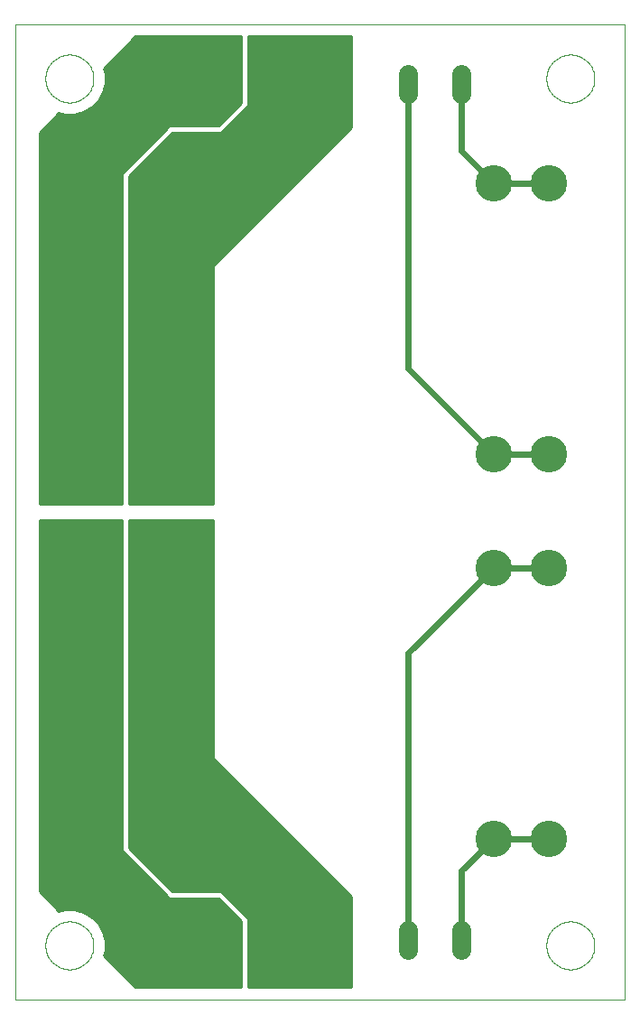
<source format=gtl>
G75*
%MOIN*%
%OFA0B0*%
%FSLAX24Y24*%
%IPPOS*%
%LPD*%
%AMOC8*
5,1,8,0,0,1.08239X$1,22.5*
%
%ADD10C,0.0000*%
%ADD11C,0.1350*%
%ADD12C,0.0705*%
%ADD13C,0.0100*%
%ADD14C,0.0240*%
D10*
X000277Y000100D02*
X000277Y036100D01*
X022777Y036100D01*
X022777Y000100D01*
X000277Y000100D01*
X001392Y002100D02*
X001394Y002159D01*
X001400Y002218D01*
X001410Y002276D01*
X001423Y002334D01*
X001441Y002390D01*
X001462Y002445D01*
X001487Y002499D01*
X001516Y002551D01*
X001547Y002601D01*
X001582Y002648D01*
X001621Y002694D01*
X001662Y002736D01*
X001706Y002776D01*
X001752Y002812D01*
X001801Y002846D01*
X001852Y002876D01*
X001904Y002903D01*
X001959Y002926D01*
X002015Y002945D01*
X002072Y002961D01*
X002130Y002973D01*
X002188Y002981D01*
X002247Y002985D01*
X002307Y002985D01*
X002366Y002981D01*
X002424Y002973D01*
X002482Y002961D01*
X002539Y002945D01*
X002595Y002926D01*
X002650Y002903D01*
X002702Y002876D01*
X002753Y002846D01*
X002802Y002812D01*
X002848Y002776D01*
X002892Y002736D01*
X002933Y002694D01*
X002972Y002648D01*
X003007Y002601D01*
X003038Y002551D01*
X003067Y002499D01*
X003092Y002445D01*
X003113Y002390D01*
X003131Y002334D01*
X003144Y002276D01*
X003154Y002218D01*
X003160Y002159D01*
X003162Y002100D01*
X003160Y002041D01*
X003154Y001982D01*
X003144Y001924D01*
X003131Y001866D01*
X003113Y001810D01*
X003092Y001755D01*
X003067Y001701D01*
X003038Y001649D01*
X003007Y001599D01*
X002972Y001552D01*
X002933Y001506D01*
X002892Y001464D01*
X002848Y001424D01*
X002802Y001388D01*
X002753Y001354D01*
X002702Y001324D01*
X002650Y001297D01*
X002595Y001274D01*
X002539Y001255D01*
X002482Y001239D01*
X002424Y001227D01*
X002366Y001219D01*
X002307Y001215D01*
X002247Y001215D01*
X002188Y001219D01*
X002130Y001227D01*
X002072Y001239D01*
X002015Y001255D01*
X001959Y001274D01*
X001904Y001297D01*
X001852Y001324D01*
X001801Y001354D01*
X001752Y001388D01*
X001706Y001424D01*
X001662Y001464D01*
X001621Y001506D01*
X001582Y001552D01*
X001547Y001599D01*
X001516Y001649D01*
X001487Y001701D01*
X001462Y001755D01*
X001441Y001810D01*
X001423Y001866D01*
X001410Y001924D01*
X001400Y001982D01*
X001394Y002041D01*
X001392Y002100D01*
X019892Y002100D02*
X019894Y002159D01*
X019900Y002218D01*
X019910Y002276D01*
X019923Y002334D01*
X019941Y002390D01*
X019962Y002445D01*
X019987Y002499D01*
X020016Y002551D01*
X020047Y002601D01*
X020082Y002648D01*
X020121Y002694D01*
X020162Y002736D01*
X020206Y002776D01*
X020252Y002812D01*
X020301Y002846D01*
X020352Y002876D01*
X020404Y002903D01*
X020459Y002926D01*
X020515Y002945D01*
X020572Y002961D01*
X020630Y002973D01*
X020688Y002981D01*
X020747Y002985D01*
X020807Y002985D01*
X020866Y002981D01*
X020924Y002973D01*
X020982Y002961D01*
X021039Y002945D01*
X021095Y002926D01*
X021150Y002903D01*
X021202Y002876D01*
X021253Y002846D01*
X021302Y002812D01*
X021348Y002776D01*
X021392Y002736D01*
X021433Y002694D01*
X021472Y002648D01*
X021507Y002601D01*
X021538Y002551D01*
X021567Y002499D01*
X021592Y002445D01*
X021613Y002390D01*
X021631Y002334D01*
X021644Y002276D01*
X021654Y002218D01*
X021660Y002159D01*
X021662Y002100D01*
X021660Y002041D01*
X021654Y001982D01*
X021644Y001924D01*
X021631Y001866D01*
X021613Y001810D01*
X021592Y001755D01*
X021567Y001701D01*
X021538Y001649D01*
X021507Y001599D01*
X021472Y001552D01*
X021433Y001506D01*
X021392Y001464D01*
X021348Y001424D01*
X021302Y001388D01*
X021253Y001354D01*
X021202Y001324D01*
X021150Y001297D01*
X021095Y001274D01*
X021039Y001255D01*
X020982Y001239D01*
X020924Y001227D01*
X020866Y001219D01*
X020807Y001215D01*
X020747Y001215D01*
X020688Y001219D01*
X020630Y001227D01*
X020572Y001239D01*
X020515Y001255D01*
X020459Y001274D01*
X020404Y001297D01*
X020352Y001324D01*
X020301Y001354D01*
X020252Y001388D01*
X020206Y001424D01*
X020162Y001464D01*
X020121Y001506D01*
X020082Y001552D01*
X020047Y001599D01*
X020016Y001649D01*
X019987Y001701D01*
X019962Y001755D01*
X019941Y001810D01*
X019923Y001866D01*
X019910Y001924D01*
X019900Y001982D01*
X019894Y002041D01*
X019892Y002100D01*
X019892Y034100D02*
X019894Y034159D01*
X019900Y034218D01*
X019910Y034276D01*
X019923Y034334D01*
X019941Y034390D01*
X019962Y034445D01*
X019987Y034499D01*
X020016Y034551D01*
X020047Y034601D01*
X020082Y034648D01*
X020121Y034694D01*
X020162Y034736D01*
X020206Y034776D01*
X020252Y034812D01*
X020301Y034846D01*
X020352Y034876D01*
X020404Y034903D01*
X020459Y034926D01*
X020515Y034945D01*
X020572Y034961D01*
X020630Y034973D01*
X020688Y034981D01*
X020747Y034985D01*
X020807Y034985D01*
X020866Y034981D01*
X020924Y034973D01*
X020982Y034961D01*
X021039Y034945D01*
X021095Y034926D01*
X021150Y034903D01*
X021202Y034876D01*
X021253Y034846D01*
X021302Y034812D01*
X021348Y034776D01*
X021392Y034736D01*
X021433Y034694D01*
X021472Y034648D01*
X021507Y034601D01*
X021538Y034551D01*
X021567Y034499D01*
X021592Y034445D01*
X021613Y034390D01*
X021631Y034334D01*
X021644Y034276D01*
X021654Y034218D01*
X021660Y034159D01*
X021662Y034100D01*
X021660Y034041D01*
X021654Y033982D01*
X021644Y033924D01*
X021631Y033866D01*
X021613Y033810D01*
X021592Y033755D01*
X021567Y033701D01*
X021538Y033649D01*
X021507Y033599D01*
X021472Y033552D01*
X021433Y033506D01*
X021392Y033464D01*
X021348Y033424D01*
X021302Y033388D01*
X021253Y033354D01*
X021202Y033324D01*
X021150Y033297D01*
X021095Y033274D01*
X021039Y033255D01*
X020982Y033239D01*
X020924Y033227D01*
X020866Y033219D01*
X020807Y033215D01*
X020747Y033215D01*
X020688Y033219D01*
X020630Y033227D01*
X020572Y033239D01*
X020515Y033255D01*
X020459Y033274D01*
X020404Y033297D01*
X020352Y033324D01*
X020301Y033354D01*
X020252Y033388D01*
X020206Y033424D01*
X020162Y033464D01*
X020121Y033506D01*
X020082Y033552D01*
X020047Y033599D01*
X020016Y033649D01*
X019987Y033701D01*
X019962Y033755D01*
X019941Y033810D01*
X019923Y033866D01*
X019910Y033924D01*
X019900Y033982D01*
X019894Y034041D01*
X019892Y034100D01*
X001392Y034100D02*
X001394Y034159D01*
X001400Y034218D01*
X001410Y034276D01*
X001423Y034334D01*
X001441Y034390D01*
X001462Y034445D01*
X001487Y034499D01*
X001516Y034551D01*
X001547Y034601D01*
X001582Y034648D01*
X001621Y034694D01*
X001662Y034736D01*
X001706Y034776D01*
X001752Y034812D01*
X001801Y034846D01*
X001852Y034876D01*
X001904Y034903D01*
X001959Y034926D01*
X002015Y034945D01*
X002072Y034961D01*
X002130Y034973D01*
X002188Y034981D01*
X002247Y034985D01*
X002307Y034985D01*
X002366Y034981D01*
X002424Y034973D01*
X002482Y034961D01*
X002539Y034945D01*
X002595Y034926D01*
X002650Y034903D01*
X002702Y034876D01*
X002753Y034846D01*
X002802Y034812D01*
X002848Y034776D01*
X002892Y034736D01*
X002933Y034694D01*
X002972Y034648D01*
X003007Y034601D01*
X003038Y034551D01*
X003067Y034499D01*
X003092Y034445D01*
X003113Y034390D01*
X003131Y034334D01*
X003144Y034276D01*
X003154Y034218D01*
X003160Y034159D01*
X003162Y034100D01*
X003160Y034041D01*
X003154Y033982D01*
X003144Y033924D01*
X003131Y033866D01*
X003113Y033810D01*
X003092Y033755D01*
X003067Y033701D01*
X003038Y033649D01*
X003007Y033599D01*
X002972Y033552D01*
X002933Y033506D01*
X002892Y033464D01*
X002848Y033424D01*
X002802Y033388D01*
X002753Y033354D01*
X002702Y033324D01*
X002650Y033297D01*
X002595Y033274D01*
X002539Y033255D01*
X002482Y033239D01*
X002424Y033227D01*
X002366Y033219D01*
X002307Y033215D01*
X002247Y033215D01*
X002188Y033219D01*
X002130Y033227D01*
X002072Y033239D01*
X002015Y033255D01*
X001959Y033274D01*
X001904Y033297D01*
X001852Y033324D01*
X001801Y033354D01*
X001752Y033388D01*
X001706Y033424D01*
X001662Y033464D01*
X001621Y033506D01*
X001582Y033552D01*
X001547Y033599D01*
X001516Y033649D01*
X001487Y033701D01*
X001462Y033755D01*
X001441Y033810D01*
X001423Y033866D01*
X001410Y033924D01*
X001400Y033982D01*
X001394Y034041D01*
X001392Y034100D01*
D11*
X002777Y029400D03*
X002777Y027370D03*
X002777Y023100D03*
X002777Y021070D03*
X005867Y021070D03*
X005867Y023100D03*
X005867Y027370D03*
X005867Y029400D03*
X005867Y015200D03*
X005867Y013170D03*
X005867Y008900D03*
X005867Y006870D03*
X002777Y006870D03*
X002777Y008900D03*
X002777Y013170D03*
X002777Y015200D03*
X017947Y016040D03*
X019977Y016040D03*
X019977Y020240D03*
X017947Y020240D03*
X017947Y030240D03*
X019977Y030240D03*
X019977Y006040D03*
X017947Y006040D03*
D12*
X016761Y002653D02*
X016761Y001948D01*
X014792Y001948D02*
X014792Y002653D01*
X011729Y002653D02*
X011729Y001948D01*
X009761Y001948D02*
X009761Y002653D01*
X007792Y002653D02*
X007792Y001948D01*
X005824Y001948D02*
X005824Y002653D01*
X005824Y033548D02*
X005824Y034253D01*
X007792Y034253D02*
X007792Y033548D01*
X009761Y033548D02*
X009761Y034253D01*
X011729Y034253D02*
X011729Y033548D01*
X014792Y033548D02*
X014792Y034253D01*
X016761Y034253D02*
X016761Y033548D01*
D13*
X012677Y033590D02*
X008877Y033590D01*
X008877Y033492D02*
X012677Y033492D01*
X012677Y033393D02*
X008877Y033393D01*
X008877Y033295D02*
X012677Y033295D01*
X012677Y033196D02*
X008877Y033196D01*
X008877Y033100D02*
X008877Y035650D01*
X012677Y035650D01*
X012677Y032300D01*
X007577Y027200D01*
X007577Y018400D01*
X004477Y018400D01*
X004477Y030500D01*
X006077Y032100D01*
X007877Y032100D01*
X008877Y033100D01*
X008874Y033098D02*
X012677Y033098D01*
X012677Y032999D02*
X008776Y032999D01*
X008677Y032901D02*
X012677Y032901D01*
X012677Y032802D02*
X008579Y032802D01*
X008480Y032704D02*
X012677Y032704D01*
X012677Y032605D02*
X008382Y032605D01*
X008283Y032507D02*
X012677Y032507D01*
X012677Y032408D02*
X008185Y032408D01*
X008086Y032310D02*
X012677Y032310D01*
X012588Y032211D02*
X007988Y032211D01*
X007889Y032113D02*
X012489Y032113D01*
X012391Y032014D02*
X005991Y032014D01*
X005892Y031916D02*
X012292Y031916D01*
X012194Y031817D02*
X005794Y031817D01*
X005695Y031719D02*
X012095Y031719D01*
X011997Y031620D02*
X005597Y031620D01*
X005498Y031522D02*
X011898Y031522D01*
X011800Y031423D02*
X005400Y031423D01*
X005301Y031325D02*
X011701Y031325D01*
X011603Y031226D02*
X005203Y031226D01*
X005104Y031128D02*
X011504Y031128D01*
X011406Y031029D02*
X005006Y031029D01*
X004907Y030931D02*
X011307Y030931D01*
X011209Y030832D02*
X004809Y030832D01*
X004710Y030734D02*
X011110Y030734D01*
X011012Y030635D02*
X004612Y030635D01*
X004513Y030537D02*
X010913Y030537D01*
X010815Y030438D02*
X004477Y030438D01*
X004477Y030340D02*
X010716Y030340D01*
X010618Y030241D02*
X004477Y030241D01*
X004477Y030143D02*
X010519Y030143D01*
X010421Y030044D02*
X004477Y030044D01*
X004477Y029946D02*
X010322Y029946D01*
X010224Y029847D02*
X004477Y029847D01*
X004477Y029749D02*
X010125Y029749D01*
X010027Y029650D02*
X004477Y029650D01*
X004477Y029552D02*
X009928Y029552D01*
X009830Y029453D02*
X004477Y029453D01*
X004477Y029355D02*
X009731Y029355D01*
X009633Y029256D02*
X004477Y029256D01*
X004477Y029158D02*
X009534Y029158D01*
X009436Y029059D02*
X004477Y029059D01*
X004477Y028961D02*
X009337Y028961D01*
X009239Y028862D02*
X004477Y028862D01*
X004477Y028764D02*
X009140Y028764D01*
X009042Y028665D02*
X004477Y028665D01*
X004477Y028567D02*
X008943Y028567D01*
X008845Y028468D02*
X004477Y028468D01*
X004477Y028370D02*
X008746Y028370D01*
X008648Y028271D02*
X004477Y028271D01*
X004477Y028173D02*
X008549Y028173D01*
X008451Y028074D02*
X004477Y028074D01*
X004477Y027976D02*
X008352Y027976D01*
X008254Y027877D02*
X004477Y027877D01*
X004477Y027779D02*
X008155Y027779D01*
X008057Y027680D02*
X004477Y027680D01*
X004477Y027582D02*
X007958Y027582D01*
X007860Y027483D02*
X004477Y027483D01*
X004477Y027385D02*
X007761Y027385D01*
X007663Y027286D02*
X004477Y027286D01*
X004477Y027188D02*
X007577Y027188D01*
X007577Y027089D02*
X004477Y027089D01*
X004477Y026991D02*
X007577Y026991D01*
X007577Y026892D02*
X004477Y026892D01*
X004477Y026794D02*
X007577Y026794D01*
X007577Y026695D02*
X004477Y026695D01*
X004477Y026597D02*
X007577Y026597D01*
X007577Y026498D02*
X004477Y026498D01*
X004477Y026400D02*
X007577Y026400D01*
X007577Y026301D02*
X004477Y026301D01*
X004477Y026203D02*
X007577Y026203D01*
X007577Y026104D02*
X004477Y026104D01*
X004477Y026006D02*
X007577Y026006D01*
X007577Y025907D02*
X004477Y025907D01*
X004477Y025809D02*
X007577Y025809D01*
X007577Y025710D02*
X004477Y025710D01*
X004477Y025612D02*
X007577Y025612D01*
X007577Y025513D02*
X004477Y025513D01*
X004477Y025415D02*
X007577Y025415D01*
X007577Y025316D02*
X004477Y025316D01*
X004477Y025218D02*
X007577Y025218D01*
X007577Y025119D02*
X004477Y025119D01*
X004477Y025021D02*
X007577Y025021D01*
X007577Y024922D02*
X004477Y024922D01*
X004477Y024824D02*
X007577Y024824D01*
X007577Y024725D02*
X004477Y024725D01*
X004477Y024627D02*
X007577Y024627D01*
X007577Y024528D02*
X004477Y024528D01*
X004477Y024430D02*
X007577Y024430D01*
X007577Y024331D02*
X004477Y024331D01*
X004477Y024233D02*
X007577Y024233D01*
X007577Y024134D02*
X004477Y024134D01*
X004477Y024036D02*
X007577Y024036D01*
X007577Y023937D02*
X004477Y023937D01*
X004477Y023839D02*
X007577Y023839D01*
X007577Y023740D02*
X004477Y023740D01*
X004477Y023642D02*
X007577Y023642D01*
X007577Y023543D02*
X004477Y023543D01*
X004477Y023445D02*
X007577Y023445D01*
X007577Y023346D02*
X004477Y023346D01*
X004477Y023248D02*
X007577Y023248D01*
X007577Y023149D02*
X004477Y023149D01*
X004477Y023051D02*
X007577Y023051D01*
X007577Y022952D02*
X004477Y022952D01*
X004477Y022854D02*
X007577Y022854D01*
X007577Y022755D02*
X004477Y022755D01*
X004477Y022657D02*
X007577Y022657D01*
X007577Y022558D02*
X004477Y022558D01*
X004477Y022460D02*
X007577Y022460D01*
X007577Y022361D02*
X004477Y022361D01*
X004477Y022263D02*
X007577Y022263D01*
X007577Y022164D02*
X004477Y022164D01*
X004477Y022066D02*
X007577Y022066D01*
X007577Y021967D02*
X004477Y021967D01*
X004477Y021869D02*
X007577Y021869D01*
X007577Y021770D02*
X004477Y021770D01*
X004477Y021672D02*
X007577Y021672D01*
X007577Y021573D02*
X004477Y021573D01*
X004477Y021475D02*
X007577Y021475D01*
X007577Y021376D02*
X004477Y021376D01*
X004477Y021278D02*
X007577Y021278D01*
X007577Y021179D02*
X004477Y021179D01*
X004477Y021081D02*
X007577Y021081D01*
X007577Y020982D02*
X004477Y020982D01*
X004477Y020884D02*
X007577Y020884D01*
X007577Y020785D02*
X004477Y020785D01*
X004477Y020687D02*
X007577Y020687D01*
X007577Y020588D02*
X004477Y020588D01*
X004477Y020490D02*
X007577Y020490D01*
X007577Y020391D02*
X004477Y020391D01*
X004477Y020293D02*
X007577Y020293D01*
X007577Y020194D02*
X004477Y020194D01*
X004477Y020096D02*
X007577Y020096D01*
X007577Y019997D02*
X004477Y019997D01*
X004477Y019899D02*
X007577Y019899D01*
X007577Y019800D02*
X004477Y019800D01*
X004477Y019702D02*
X007577Y019702D01*
X007577Y019603D02*
X004477Y019603D01*
X004477Y019505D02*
X007577Y019505D01*
X007577Y019406D02*
X004477Y019406D01*
X004477Y019308D02*
X007577Y019308D01*
X007577Y019209D02*
X004477Y019209D01*
X004477Y019111D02*
X007577Y019111D01*
X007577Y019012D02*
X004477Y019012D01*
X004477Y018914D02*
X007577Y018914D01*
X007577Y018815D02*
X004477Y018815D01*
X004477Y018717D02*
X007577Y018717D01*
X007577Y018618D02*
X004477Y018618D01*
X004477Y018520D02*
X007577Y018520D01*
X007577Y018421D02*
X004477Y018421D01*
X004217Y018421D02*
X001177Y018421D01*
X001177Y018400D02*
X004217Y018400D01*
X004217Y030552D01*
X004256Y030647D01*
X005856Y032247D01*
X005929Y032320D01*
X006025Y032360D01*
X007769Y032360D01*
X008617Y033208D01*
X008617Y035650D01*
X004727Y035650D01*
X003557Y034480D01*
X003612Y034276D01*
X003612Y033924D01*
X003521Y033585D01*
X003345Y033280D01*
X003096Y033032D01*
X002792Y032856D01*
X002452Y032765D01*
X002101Y032765D01*
X001896Y032820D01*
X001177Y032100D01*
X001177Y018400D01*
X001177Y018520D02*
X004217Y018520D01*
X004217Y018618D02*
X001177Y018618D01*
X001177Y018717D02*
X004217Y018717D01*
X004217Y018815D02*
X001177Y018815D01*
X001177Y018914D02*
X004217Y018914D01*
X004217Y019012D02*
X001177Y019012D01*
X001177Y019111D02*
X004217Y019111D01*
X004217Y019209D02*
X001177Y019209D01*
X001177Y019308D02*
X004217Y019308D01*
X004217Y019406D02*
X001177Y019406D01*
X001177Y019505D02*
X004217Y019505D01*
X004217Y019603D02*
X001177Y019603D01*
X001177Y019702D02*
X004217Y019702D01*
X004217Y019800D02*
X001177Y019800D01*
X001177Y019899D02*
X004217Y019899D01*
X004217Y019997D02*
X001177Y019997D01*
X001177Y020096D02*
X004217Y020096D01*
X004217Y020194D02*
X001177Y020194D01*
X001177Y020293D02*
X004217Y020293D01*
X004217Y020391D02*
X001177Y020391D01*
X001177Y020490D02*
X004217Y020490D01*
X004217Y020588D02*
X001177Y020588D01*
X001177Y020687D02*
X004217Y020687D01*
X004217Y020785D02*
X001177Y020785D01*
X001177Y020884D02*
X004217Y020884D01*
X004217Y020982D02*
X001177Y020982D01*
X001177Y021081D02*
X004217Y021081D01*
X004217Y021179D02*
X001177Y021179D01*
X001177Y021278D02*
X004217Y021278D01*
X004217Y021376D02*
X001177Y021376D01*
X001177Y021475D02*
X004217Y021475D01*
X004217Y021573D02*
X001177Y021573D01*
X001177Y021672D02*
X004217Y021672D01*
X004217Y021770D02*
X001177Y021770D01*
X001177Y021869D02*
X004217Y021869D01*
X004217Y021967D02*
X001177Y021967D01*
X001177Y022066D02*
X004217Y022066D01*
X004217Y022164D02*
X001177Y022164D01*
X001177Y022263D02*
X004217Y022263D01*
X004217Y022361D02*
X001177Y022361D01*
X001177Y022460D02*
X004217Y022460D01*
X004217Y022558D02*
X001177Y022558D01*
X001177Y022657D02*
X004217Y022657D01*
X004217Y022755D02*
X001177Y022755D01*
X001177Y022854D02*
X004217Y022854D01*
X004217Y022952D02*
X001177Y022952D01*
X001177Y023051D02*
X004217Y023051D01*
X004217Y023149D02*
X001177Y023149D01*
X001177Y023248D02*
X004217Y023248D01*
X004217Y023346D02*
X001177Y023346D01*
X001177Y023445D02*
X004217Y023445D01*
X004217Y023543D02*
X001177Y023543D01*
X001177Y023642D02*
X004217Y023642D01*
X004217Y023740D02*
X001177Y023740D01*
X001177Y023839D02*
X004217Y023839D01*
X004217Y023937D02*
X001177Y023937D01*
X001177Y024036D02*
X004217Y024036D01*
X004217Y024134D02*
X001177Y024134D01*
X001177Y024233D02*
X004217Y024233D01*
X004217Y024331D02*
X001177Y024331D01*
X001177Y024430D02*
X004217Y024430D01*
X004217Y024528D02*
X001177Y024528D01*
X001177Y024627D02*
X004217Y024627D01*
X004217Y024725D02*
X001177Y024725D01*
X001177Y024824D02*
X004217Y024824D01*
X004217Y024922D02*
X001177Y024922D01*
X001177Y025021D02*
X004217Y025021D01*
X004217Y025119D02*
X001177Y025119D01*
X001177Y025218D02*
X004217Y025218D01*
X004217Y025316D02*
X001177Y025316D01*
X001177Y025415D02*
X004217Y025415D01*
X004217Y025513D02*
X001177Y025513D01*
X001177Y025612D02*
X004217Y025612D01*
X004217Y025710D02*
X001177Y025710D01*
X001177Y025809D02*
X004217Y025809D01*
X004217Y025907D02*
X001177Y025907D01*
X001177Y026006D02*
X004217Y026006D01*
X004217Y026104D02*
X001177Y026104D01*
X001177Y026203D02*
X004217Y026203D01*
X004217Y026301D02*
X001177Y026301D01*
X001177Y026400D02*
X004217Y026400D01*
X004217Y026498D02*
X001177Y026498D01*
X001177Y026597D02*
X004217Y026597D01*
X004217Y026695D02*
X001177Y026695D01*
X001177Y026794D02*
X004217Y026794D01*
X004217Y026892D02*
X001177Y026892D01*
X001177Y026991D02*
X004217Y026991D01*
X004217Y027089D02*
X001177Y027089D01*
X001177Y027188D02*
X004217Y027188D01*
X004217Y027286D02*
X001177Y027286D01*
X001177Y027385D02*
X004217Y027385D01*
X004217Y027483D02*
X001177Y027483D01*
X001177Y027582D02*
X004217Y027582D01*
X004217Y027680D02*
X001177Y027680D01*
X001177Y027779D02*
X004217Y027779D01*
X004217Y027877D02*
X001177Y027877D01*
X001177Y027976D02*
X004217Y027976D01*
X004217Y028074D02*
X001177Y028074D01*
X001177Y028173D02*
X004217Y028173D01*
X004217Y028271D02*
X001177Y028271D01*
X001177Y028370D02*
X004217Y028370D01*
X004217Y028468D02*
X001177Y028468D01*
X001177Y028567D02*
X004217Y028567D01*
X004217Y028665D02*
X001177Y028665D01*
X001177Y028764D02*
X004217Y028764D01*
X004217Y028862D02*
X001177Y028862D01*
X001177Y028961D02*
X004217Y028961D01*
X004217Y029059D02*
X001177Y029059D01*
X001177Y029158D02*
X004217Y029158D01*
X004217Y029256D02*
X001177Y029256D01*
X001177Y029355D02*
X004217Y029355D01*
X004217Y029453D02*
X001177Y029453D01*
X001177Y029552D02*
X004217Y029552D01*
X004217Y029650D02*
X001177Y029650D01*
X001177Y029749D02*
X004217Y029749D01*
X004217Y029847D02*
X001177Y029847D01*
X001177Y029946D02*
X004217Y029946D01*
X004217Y030044D02*
X001177Y030044D01*
X001177Y030143D02*
X004217Y030143D01*
X004217Y030241D02*
X001177Y030241D01*
X001177Y030340D02*
X004217Y030340D01*
X004217Y030438D02*
X001177Y030438D01*
X001177Y030537D02*
X004217Y030537D01*
X004251Y030635D02*
X001177Y030635D01*
X001177Y030734D02*
X004343Y030734D01*
X004441Y030832D02*
X001177Y030832D01*
X001177Y030931D02*
X004540Y030931D01*
X004638Y031029D02*
X001177Y031029D01*
X001177Y031128D02*
X004737Y031128D01*
X004835Y031226D02*
X001177Y031226D01*
X001177Y031325D02*
X004934Y031325D01*
X005032Y031423D02*
X001177Y031423D01*
X001177Y031522D02*
X005131Y031522D01*
X005229Y031620D02*
X001177Y031620D01*
X001177Y031719D02*
X005328Y031719D01*
X005426Y031817D02*
X001177Y031817D01*
X001177Y031916D02*
X005525Y031916D01*
X005623Y032014D02*
X001177Y032014D01*
X001189Y032113D02*
X005722Y032113D01*
X005820Y032211D02*
X001288Y032211D01*
X001386Y032310D02*
X005919Y032310D01*
X004144Y035068D02*
X008617Y035068D01*
X008617Y035166D02*
X004243Y035166D01*
X004341Y035265D02*
X008617Y035265D01*
X008617Y035363D02*
X004440Y035363D01*
X004538Y035462D02*
X008617Y035462D01*
X008617Y035560D02*
X004637Y035560D01*
X004046Y034969D02*
X008617Y034969D01*
X008617Y034871D02*
X003947Y034871D01*
X003849Y034772D02*
X008617Y034772D01*
X008617Y034674D02*
X003750Y034674D01*
X003652Y034575D02*
X008617Y034575D01*
X008617Y034477D02*
X003558Y034477D01*
X003584Y034378D02*
X008617Y034378D01*
X008617Y034280D02*
X003611Y034280D01*
X003612Y034181D02*
X008617Y034181D01*
X008617Y034083D02*
X003612Y034083D01*
X003612Y033984D02*
X008617Y033984D01*
X008617Y033886D02*
X003601Y033886D01*
X003575Y033787D02*
X008617Y033787D01*
X008617Y033689D02*
X003549Y033689D01*
X003522Y033590D02*
X008617Y033590D01*
X008617Y033492D02*
X003467Y033492D01*
X003410Y033393D02*
X008617Y033393D01*
X008617Y033295D02*
X003353Y033295D01*
X003261Y033196D02*
X008605Y033196D01*
X008507Y033098D02*
X003162Y033098D01*
X003040Y032999D02*
X008408Y032999D01*
X008310Y032901D02*
X002869Y032901D01*
X002591Y032802D02*
X008211Y032802D01*
X008113Y032704D02*
X001780Y032704D01*
X001879Y032802D02*
X001963Y032802D01*
X001682Y032605D02*
X008014Y032605D01*
X007916Y032507D02*
X001583Y032507D01*
X001485Y032408D02*
X007817Y032408D01*
X008877Y033689D02*
X012677Y033689D01*
X012677Y033787D02*
X008877Y033787D01*
X008877Y033886D02*
X012677Y033886D01*
X012677Y033984D02*
X008877Y033984D01*
X008877Y034083D02*
X012677Y034083D01*
X012677Y034181D02*
X008877Y034181D01*
X008877Y034280D02*
X012677Y034280D01*
X012677Y034378D02*
X008877Y034378D01*
X008877Y034477D02*
X012677Y034477D01*
X012677Y034575D02*
X008877Y034575D01*
X008877Y034674D02*
X012677Y034674D01*
X012677Y034772D02*
X008877Y034772D01*
X008877Y034871D02*
X012677Y034871D01*
X012677Y034969D02*
X008877Y034969D01*
X008877Y035068D02*
X012677Y035068D01*
X012677Y035166D02*
X008877Y035166D01*
X008877Y035265D02*
X012677Y035265D01*
X012677Y035363D02*
X008877Y035363D01*
X008877Y035462D02*
X012677Y035462D01*
X012677Y035560D02*
X008877Y035560D01*
X007577Y017800D02*
X004477Y017800D01*
X004477Y005700D01*
X006077Y004100D01*
X007877Y004100D01*
X008877Y003100D01*
X008877Y000550D01*
X012677Y000550D01*
X012677Y003900D01*
X007577Y009000D01*
X007577Y017800D01*
X007577Y017732D02*
X004477Y017732D01*
X004477Y017633D02*
X007577Y017633D01*
X007577Y017535D02*
X004477Y017535D01*
X004477Y017436D02*
X007577Y017436D01*
X007577Y017338D02*
X004477Y017338D01*
X004477Y017239D02*
X007577Y017239D01*
X007577Y017141D02*
X004477Y017141D01*
X004477Y017042D02*
X007577Y017042D01*
X007577Y016944D02*
X004477Y016944D01*
X004477Y016845D02*
X007577Y016845D01*
X007577Y016747D02*
X004477Y016747D01*
X004477Y016648D02*
X007577Y016648D01*
X007577Y016550D02*
X004477Y016550D01*
X004477Y016451D02*
X007577Y016451D01*
X007577Y016353D02*
X004477Y016353D01*
X004477Y016254D02*
X007577Y016254D01*
X007577Y016156D02*
X004477Y016156D01*
X004477Y016057D02*
X007577Y016057D01*
X007577Y015959D02*
X004477Y015959D01*
X004477Y015860D02*
X007577Y015860D01*
X007577Y015762D02*
X004477Y015762D01*
X004477Y015663D02*
X007577Y015663D01*
X007577Y015565D02*
X004477Y015565D01*
X004477Y015466D02*
X007577Y015466D01*
X007577Y015368D02*
X004477Y015368D01*
X004477Y015269D02*
X007577Y015269D01*
X007577Y015171D02*
X004477Y015171D01*
X004477Y015072D02*
X007577Y015072D01*
X007577Y014974D02*
X004477Y014974D01*
X004477Y014875D02*
X007577Y014875D01*
X007577Y014777D02*
X004477Y014777D01*
X004477Y014678D02*
X007577Y014678D01*
X007577Y014580D02*
X004477Y014580D01*
X004477Y014481D02*
X007577Y014481D01*
X007577Y014383D02*
X004477Y014383D01*
X004477Y014284D02*
X007577Y014284D01*
X007577Y014186D02*
X004477Y014186D01*
X004477Y014087D02*
X007577Y014087D01*
X007577Y013989D02*
X004477Y013989D01*
X004477Y013890D02*
X007577Y013890D01*
X007577Y013792D02*
X004477Y013792D01*
X004477Y013693D02*
X007577Y013693D01*
X007577Y013595D02*
X004477Y013595D01*
X004477Y013496D02*
X007577Y013496D01*
X007577Y013398D02*
X004477Y013398D01*
X004477Y013299D02*
X007577Y013299D01*
X007577Y013201D02*
X004477Y013201D01*
X004477Y013102D02*
X007577Y013102D01*
X007577Y013004D02*
X004477Y013004D01*
X004477Y012905D02*
X007577Y012905D01*
X007577Y012807D02*
X004477Y012807D01*
X004477Y012708D02*
X007577Y012708D01*
X007577Y012610D02*
X004477Y012610D01*
X004477Y012511D02*
X007577Y012511D01*
X007577Y012413D02*
X004477Y012413D01*
X004477Y012314D02*
X007577Y012314D01*
X007577Y012216D02*
X004477Y012216D01*
X004477Y012117D02*
X007577Y012117D01*
X007577Y012019D02*
X004477Y012019D01*
X004477Y011920D02*
X007577Y011920D01*
X007577Y011822D02*
X004477Y011822D01*
X004477Y011723D02*
X007577Y011723D01*
X007577Y011625D02*
X004477Y011625D01*
X004477Y011526D02*
X007577Y011526D01*
X007577Y011428D02*
X004477Y011428D01*
X004477Y011329D02*
X007577Y011329D01*
X007577Y011231D02*
X004477Y011231D01*
X004477Y011132D02*
X007577Y011132D01*
X007577Y011034D02*
X004477Y011034D01*
X004477Y010935D02*
X007577Y010935D01*
X007577Y010837D02*
X004477Y010837D01*
X004477Y010738D02*
X007577Y010738D01*
X007577Y010640D02*
X004477Y010640D01*
X004477Y010541D02*
X007577Y010541D01*
X007577Y010443D02*
X004477Y010443D01*
X004477Y010344D02*
X007577Y010344D01*
X007577Y010246D02*
X004477Y010246D01*
X004477Y010147D02*
X007577Y010147D01*
X007577Y010049D02*
X004477Y010049D01*
X004477Y009950D02*
X007577Y009950D01*
X007577Y009852D02*
X004477Y009852D01*
X004477Y009753D02*
X007577Y009753D01*
X007577Y009655D02*
X004477Y009655D01*
X004477Y009556D02*
X007577Y009556D01*
X007577Y009458D02*
X004477Y009458D01*
X004477Y009359D02*
X007577Y009359D01*
X007577Y009261D02*
X004477Y009261D01*
X004477Y009162D02*
X007577Y009162D01*
X007577Y009064D02*
X004477Y009064D01*
X004477Y008965D02*
X007612Y008965D01*
X007710Y008867D02*
X004477Y008867D01*
X004477Y008768D02*
X007809Y008768D01*
X007907Y008670D02*
X004477Y008670D01*
X004477Y008571D02*
X008006Y008571D01*
X008104Y008473D02*
X004477Y008473D01*
X004477Y008374D02*
X008203Y008374D01*
X008301Y008276D02*
X004477Y008276D01*
X004477Y008177D02*
X008400Y008177D01*
X008498Y008079D02*
X004477Y008079D01*
X004477Y007980D02*
X008597Y007980D01*
X008695Y007882D02*
X004477Y007882D01*
X004477Y007783D02*
X008794Y007783D01*
X008892Y007685D02*
X004477Y007685D01*
X004477Y007586D02*
X008991Y007586D01*
X009089Y007488D02*
X004477Y007488D01*
X004477Y007389D02*
X009188Y007389D01*
X009286Y007291D02*
X004477Y007291D01*
X004477Y007192D02*
X009385Y007192D01*
X009483Y007094D02*
X004477Y007094D01*
X004477Y006995D02*
X009582Y006995D01*
X009680Y006897D02*
X004477Y006897D01*
X004477Y006798D02*
X009779Y006798D01*
X009877Y006700D02*
X004477Y006700D01*
X004477Y006601D02*
X009976Y006601D01*
X010074Y006503D02*
X004477Y006503D01*
X004477Y006404D02*
X010173Y006404D01*
X010271Y006306D02*
X004477Y006306D01*
X004477Y006207D02*
X010370Y006207D01*
X010468Y006109D02*
X004477Y006109D01*
X004477Y006010D02*
X010567Y006010D01*
X010665Y005912D02*
X004477Y005912D01*
X004477Y005813D02*
X010764Y005813D01*
X010862Y005715D02*
X004477Y005715D01*
X004561Y005616D02*
X010961Y005616D01*
X011059Y005518D02*
X004659Y005518D01*
X004758Y005419D02*
X011158Y005419D01*
X011256Y005321D02*
X004856Y005321D01*
X004955Y005222D02*
X011355Y005222D01*
X011453Y005124D02*
X005053Y005124D01*
X005152Y005025D02*
X011552Y005025D01*
X011650Y004927D02*
X005250Y004927D01*
X005349Y004828D02*
X011749Y004828D01*
X011847Y004730D02*
X005447Y004730D01*
X005546Y004631D02*
X011946Y004631D01*
X012044Y004533D02*
X005644Y004533D01*
X005743Y004434D02*
X012143Y004434D01*
X012241Y004336D02*
X005841Y004336D01*
X005940Y004237D02*
X012340Y004237D01*
X012438Y004139D02*
X006038Y004139D01*
X005856Y003953D02*
X005929Y003880D01*
X006025Y003840D01*
X007769Y003840D01*
X008617Y002992D01*
X008617Y000550D01*
X004727Y000550D01*
X003557Y001720D01*
X003612Y001924D01*
X003612Y002276D01*
X003521Y002615D01*
X003345Y002920D01*
X003096Y003168D01*
X002792Y003344D01*
X002452Y003435D01*
X002101Y003435D01*
X001896Y003380D01*
X001177Y004100D01*
X001177Y017800D01*
X004217Y017800D01*
X004217Y005648D01*
X004256Y005553D01*
X005856Y003953D01*
X005867Y003942D02*
X001335Y003942D01*
X001237Y004040D02*
X005769Y004040D01*
X005670Y004139D02*
X001177Y004139D01*
X001177Y004237D02*
X005572Y004237D01*
X005473Y004336D02*
X001177Y004336D01*
X001177Y004434D02*
X005375Y004434D01*
X005276Y004533D02*
X001177Y004533D01*
X001177Y004631D02*
X005178Y004631D01*
X005079Y004730D02*
X001177Y004730D01*
X001177Y004828D02*
X004981Y004828D01*
X004882Y004927D02*
X001177Y004927D01*
X001177Y005025D02*
X004784Y005025D01*
X004685Y005124D02*
X001177Y005124D01*
X001177Y005222D02*
X004587Y005222D01*
X004488Y005321D02*
X001177Y005321D01*
X001177Y005419D02*
X004390Y005419D01*
X004291Y005518D02*
X001177Y005518D01*
X001177Y005616D02*
X004230Y005616D01*
X004217Y005715D02*
X001177Y005715D01*
X001177Y005813D02*
X004217Y005813D01*
X004217Y005912D02*
X001177Y005912D01*
X001177Y006010D02*
X004217Y006010D01*
X004217Y006109D02*
X001177Y006109D01*
X001177Y006207D02*
X004217Y006207D01*
X004217Y006306D02*
X001177Y006306D01*
X001177Y006404D02*
X004217Y006404D01*
X004217Y006503D02*
X001177Y006503D01*
X001177Y006601D02*
X004217Y006601D01*
X004217Y006700D02*
X001177Y006700D01*
X001177Y006798D02*
X004217Y006798D01*
X004217Y006897D02*
X001177Y006897D01*
X001177Y006995D02*
X004217Y006995D01*
X004217Y007094D02*
X001177Y007094D01*
X001177Y007192D02*
X004217Y007192D01*
X004217Y007291D02*
X001177Y007291D01*
X001177Y007389D02*
X004217Y007389D01*
X004217Y007488D02*
X001177Y007488D01*
X001177Y007586D02*
X004217Y007586D01*
X004217Y007685D02*
X001177Y007685D01*
X001177Y007783D02*
X004217Y007783D01*
X004217Y007882D02*
X001177Y007882D01*
X001177Y007980D02*
X004217Y007980D01*
X004217Y008079D02*
X001177Y008079D01*
X001177Y008177D02*
X004217Y008177D01*
X004217Y008276D02*
X001177Y008276D01*
X001177Y008374D02*
X004217Y008374D01*
X004217Y008473D02*
X001177Y008473D01*
X001177Y008571D02*
X004217Y008571D01*
X004217Y008670D02*
X001177Y008670D01*
X001177Y008768D02*
X004217Y008768D01*
X004217Y008867D02*
X001177Y008867D01*
X001177Y008965D02*
X004217Y008965D01*
X004217Y009064D02*
X001177Y009064D01*
X001177Y009162D02*
X004217Y009162D01*
X004217Y009261D02*
X001177Y009261D01*
X001177Y009359D02*
X004217Y009359D01*
X004217Y009458D02*
X001177Y009458D01*
X001177Y009556D02*
X004217Y009556D01*
X004217Y009655D02*
X001177Y009655D01*
X001177Y009753D02*
X004217Y009753D01*
X004217Y009852D02*
X001177Y009852D01*
X001177Y009950D02*
X004217Y009950D01*
X004217Y010049D02*
X001177Y010049D01*
X001177Y010147D02*
X004217Y010147D01*
X004217Y010246D02*
X001177Y010246D01*
X001177Y010344D02*
X004217Y010344D01*
X004217Y010443D02*
X001177Y010443D01*
X001177Y010541D02*
X004217Y010541D01*
X004217Y010640D02*
X001177Y010640D01*
X001177Y010738D02*
X004217Y010738D01*
X004217Y010837D02*
X001177Y010837D01*
X001177Y010935D02*
X004217Y010935D01*
X004217Y011034D02*
X001177Y011034D01*
X001177Y011132D02*
X004217Y011132D01*
X004217Y011231D02*
X001177Y011231D01*
X001177Y011329D02*
X004217Y011329D01*
X004217Y011428D02*
X001177Y011428D01*
X001177Y011526D02*
X004217Y011526D01*
X004217Y011625D02*
X001177Y011625D01*
X001177Y011723D02*
X004217Y011723D01*
X004217Y011822D02*
X001177Y011822D01*
X001177Y011920D02*
X004217Y011920D01*
X004217Y012019D02*
X001177Y012019D01*
X001177Y012117D02*
X004217Y012117D01*
X004217Y012216D02*
X001177Y012216D01*
X001177Y012314D02*
X004217Y012314D01*
X004217Y012413D02*
X001177Y012413D01*
X001177Y012511D02*
X004217Y012511D01*
X004217Y012610D02*
X001177Y012610D01*
X001177Y012708D02*
X004217Y012708D01*
X004217Y012807D02*
X001177Y012807D01*
X001177Y012905D02*
X004217Y012905D01*
X004217Y013004D02*
X001177Y013004D01*
X001177Y013102D02*
X004217Y013102D01*
X004217Y013201D02*
X001177Y013201D01*
X001177Y013299D02*
X004217Y013299D01*
X004217Y013398D02*
X001177Y013398D01*
X001177Y013496D02*
X004217Y013496D01*
X004217Y013595D02*
X001177Y013595D01*
X001177Y013693D02*
X004217Y013693D01*
X004217Y013792D02*
X001177Y013792D01*
X001177Y013890D02*
X004217Y013890D01*
X004217Y013989D02*
X001177Y013989D01*
X001177Y014087D02*
X004217Y014087D01*
X004217Y014186D02*
X001177Y014186D01*
X001177Y014284D02*
X004217Y014284D01*
X004217Y014383D02*
X001177Y014383D01*
X001177Y014481D02*
X004217Y014481D01*
X004217Y014580D02*
X001177Y014580D01*
X001177Y014678D02*
X004217Y014678D01*
X004217Y014777D02*
X001177Y014777D01*
X001177Y014875D02*
X004217Y014875D01*
X004217Y014974D02*
X001177Y014974D01*
X001177Y015072D02*
X004217Y015072D01*
X004217Y015171D02*
X001177Y015171D01*
X001177Y015269D02*
X004217Y015269D01*
X004217Y015368D02*
X001177Y015368D01*
X001177Y015466D02*
X004217Y015466D01*
X004217Y015565D02*
X001177Y015565D01*
X001177Y015663D02*
X004217Y015663D01*
X004217Y015762D02*
X001177Y015762D01*
X001177Y015860D02*
X004217Y015860D01*
X004217Y015959D02*
X001177Y015959D01*
X001177Y016057D02*
X004217Y016057D01*
X004217Y016156D02*
X001177Y016156D01*
X001177Y016254D02*
X004217Y016254D01*
X004217Y016353D02*
X001177Y016353D01*
X001177Y016451D02*
X004217Y016451D01*
X004217Y016550D02*
X001177Y016550D01*
X001177Y016648D02*
X004217Y016648D01*
X004217Y016747D02*
X001177Y016747D01*
X001177Y016845D02*
X004217Y016845D01*
X004217Y016944D02*
X001177Y016944D01*
X001177Y017042D02*
X004217Y017042D01*
X004217Y017141D02*
X001177Y017141D01*
X001177Y017239D02*
X004217Y017239D01*
X004217Y017338D02*
X001177Y017338D01*
X001177Y017436D02*
X004217Y017436D01*
X004217Y017535D02*
X001177Y017535D01*
X001177Y017633D02*
X004217Y017633D01*
X004217Y017732D02*
X001177Y017732D01*
X007937Y004040D02*
X012537Y004040D01*
X012635Y003942D02*
X008035Y003942D01*
X008134Y003843D02*
X012677Y003843D01*
X012677Y003745D02*
X008232Y003745D01*
X008331Y003646D02*
X012677Y003646D01*
X012677Y003548D02*
X008429Y003548D01*
X008528Y003449D02*
X012677Y003449D01*
X012677Y003351D02*
X008626Y003351D01*
X008725Y003252D02*
X012677Y003252D01*
X012677Y003154D02*
X008823Y003154D01*
X008877Y003055D02*
X012677Y003055D01*
X012677Y002957D02*
X008877Y002957D01*
X008877Y002858D02*
X012677Y002858D01*
X012677Y002760D02*
X008877Y002760D01*
X008877Y002661D02*
X012677Y002661D01*
X012677Y002563D02*
X008877Y002563D01*
X008877Y002464D02*
X012677Y002464D01*
X012677Y002366D02*
X008877Y002366D01*
X008877Y002267D02*
X012677Y002267D01*
X012677Y002169D02*
X008877Y002169D01*
X008877Y002070D02*
X012677Y002070D01*
X012677Y001972D02*
X008877Y001972D01*
X008877Y001873D02*
X012677Y001873D01*
X012677Y001775D02*
X008877Y001775D01*
X008877Y001676D02*
X012677Y001676D01*
X012677Y001578D02*
X008877Y001578D01*
X008877Y001479D02*
X012677Y001479D01*
X012677Y001381D02*
X008877Y001381D01*
X008877Y001282D02*
X012677Y001282D01*
X012677Y001184D02*
X008877Y001184D01*
X008877Y001085D02*
X012677Y001085D01*
X012677Y000987D02*
X008877Y000987D01*
X008877Y000888D02*
X012677Y000888D01*
X012677Y000790D02*
X008877Y000790D01*
X008877Y000691D02*
X012677Y000691D01*
X012677Y000593D02*
X008877Y000593D01*
X008617Y000593D02*
X004684Y000593D01*
X004586Y000691D02*
X008617Y000691D01*
X008617Y000790D02*
X004487Y000790D01*
X004389Y000888D02*
X008617Y000888D01*
X008617Y000987D02*
X004290Y000987D01*
X004192Y001085D02*
X008617Y001085D01*
X008617Y001184D02*
X004093Y001184D01*
X003995Y001282D02*
X008617Y001282D01*
X008617Y001381D02*
X003896Y001381D01*
X003798Y001479D02*
X008617Y001479D01*
X008617Y001578D02*
X003699Y001578D01*
X003601Y001676D02*
X008617Y001676D01*
X008617Y001775D02*
X003572Y001775D01*
X003598Y001873D02*
X008617Y001873D01*
X008617Y001972D02*
X003612Y001972D01*
X003612Y002070D02*
X008617Y002070D01*
X008617Y002169D02*
X003612Y002169D01*
X003612Y002267D02*
X008617Y002267D01*
X008617Y002366D02*
X003588Y002366D01*
X003561Y002464D02*
X008617Y002464D01*
X008617Y002563D02*
X003535Y002563D01*
X003494Y002661D02*
X008617Y002661D01*
X008617Y002760D02*
X003437Y002760D01*
X003381Y002858D02*
X008617Y002858D01*
X008617Y002957D02*
X003308Y002957D01*
X003210Y003055D02*
X008554Y003055D01*
X008455Y003154D02*
X003111Y003154D01*
X002951Y003252D02*
X008357Y003252D01*
X008258Y003351D02*
X002768Y003351D01*
X001828Y003449D02*
X008160Y003449D01*
X008061Y003548D02*
X001729Y003548D01*
X001631Y003646D02*
X007963Y003646D01*
X007864Y003745D02*
X001532Y003745D01*
X001434Y003843D02*
X006018Y003843D01*
D14*
X014792Y002300D02*
X014792Y012886D01*
X017947Y016040D01*
X019977Y016040D01*
X019977Y020240D02*
X017947Y020240D01*
X014792Y023394D01*
X014792Y033900D01*
X016761Y033900D02*
X016761Y031426D01*
X017947Y030240D01*
X019977Y030240D01*
X019977Y006040D02*
X017947Y006040D01*
X016761Y004854D01*
X016761Y002300D01*
M02*

</source>
